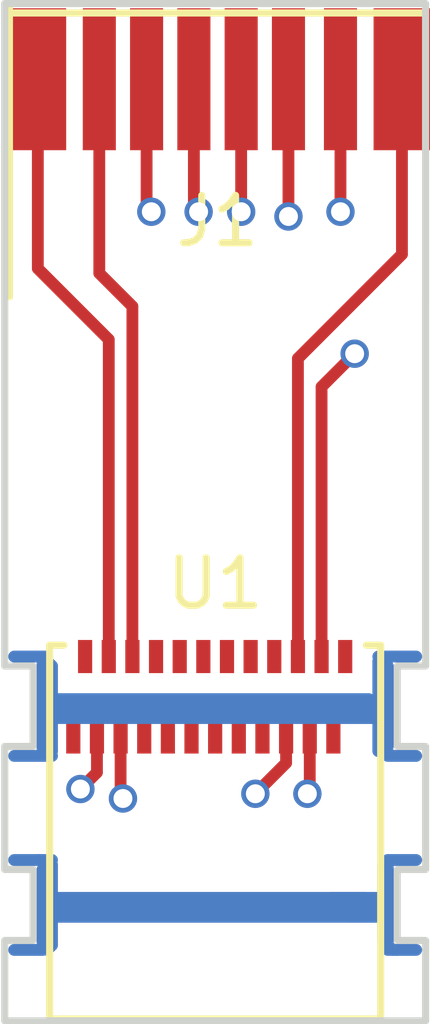
<source format=kicad_pcb>
(kicad_pcb (version 4) (host pcbnew 4.0.5+dfsg1-4)

  (general
    (links 8)
    (no_connects 0)
    (area 143.924999 103.524999 153.3 125.435001)
    (thickness 0.8)
    (drawings 22)
    (tracks 109)
    (zones 0)
    (modules 2)
    (nets 25)
  )

  (page A4)
  (layers
    (0 F.Cu signal)
    (1 In1.Cu signal)
    (2 In2.Cu signal)
    (31 B.Cu signal)
    (33 F.Adhes user)
    (35 F.Paste user)
    (37 F.SilkS user)
    (38 B.Mask user)
    (39 F.Mask user)
    (40 Dwgs.User user)
    (41 Cmts.User user)
    (42 Eco1.User user)
    (43 Eco2.User user)
    (44 Edge.Cuts user)
    (45 Margin user)
    (47 F.CrtYd user)
    (49 F.Fab user)
  )

  (setup
    (last_trace_width 0.25)
    (trace_clearance 0.2)
    (zone_clearance 0.508)
    (zone_45_only no)
    (trace_min 0.2)
    (segment_width 0.2)
    (edge_width 0.15)
    (via_size 0.6)
    (via_drill 0.4)
    (via_min_size 0.4)
    (via_min_drill 0.3)
    (uvia_size 0.3)
    (uvia_drill 0.1)
    (uvias_allowed no)
    (uvia_min_size 0.2)
    (uvia_min_drill 0.1)
    (pcb_text_width 0.3)
    (pcb_text_size 1.5 1.5)
    (mod_edge_width 0.15)
    (mod_text_size 1 1)
    (mod_text_width 0.15)
    (pad_size 1.524 1.524)
    (pad_drill 0.762)
    (pad_to_mask_clearance 0.2)
    (aux_axis_origin 0 0)
    (visible_elements FFFFFF7F)
    (pcbplotparams
      (layerselection 0x010e0_80000007)
      (usegerberextensions false)
      (excludeedgelayer true)
      (linewidth 0.100000)
      (plotframeref false)
      (viasonmask false)
      (mode 1)
      (useauxorigin false)
      (hpglpennumber 1)
      (hpglpenspeed 20)
      (hpglpendiameter 15)
      (hpglpenoverlay 2)
      (psnegative false)
      (psa4output false)
      (plotreference true)
      (plotvalue true)
      (plotinvisibletext false)
      (padsonsilk false)
      (subtractmaskfromsilk false)
      (outputformat 1)
      (mirror false)
      (drillshape 0)
      (scaleselection 1)
      (outputdirectory ""))
  )

  (net 0 "")
  (net 1 "Net-(J1-Pad1)")
  (net 2 "Net-(J1-Pad2)")
  (net 3 "Net-(J1-Pad3)")
  (net 4 "Net-(J1-Pad4)")
  (net 5 "Net-(J1-Pad5)")
  (net 6 "Net-(J1-Pad6)")
  (net 7 "Net-(J1-Pad7)")
  (net 8 "Net-(J1-Pad8)")
  (net 9 "Net-(U1-PadB6)")
  (net 10 "Net-(U1-PadB7)")
  (net 11 "Net-(U1-PadB8)")
  (net 12 "Net-(U1-PadB9)")
  (net 13 "Net-(U1-PadB12)")
  (net 14 "Net-(U1-PadB5)")
  (net 15 "Net-(U1-PadB4)")
  (net 16 "Net-(U1-PadB1)")
  (net 17 "Net-(U1-PadA9)")
  (net 18 "Net-(U1-PadA8)")
  (net 19 "Net-(U1-PadA7)")
  (net 20 "Net-(U1-PadA6)")
  (net 21 "Net-(U1-PadA5)")
  (net 22 "Net-(U1-PadA12)")
  (net 23 "Net-(U1-PadA4)")
  (net 24 "Net-(U1-PadA1)")

  (net_class Default "This is the default net class."
    (clearance 0.2)
    (trace_width 0.25)
    (via_dia 0.6)
    (via_drill 0.4)
    (uvia_dia 0.3)
    (uvia_drill 0.1)
    (add_net "Net-(J1-Pad1)")
    (add_net "Net-(J1-Pad2)")
    (add_net "Net-(J1-Pad3)")
    (add_net "Net-(J1-Pad4)")
    (add_net "Net-(J1-Pad5)")
    (add_net "Net-(J1-Pad6)")
    (add_net "Net-(J1-Pad7)")
    (add_net "Net-(J1-Pad8)")
    (add_net "Net-(U1-PadA1)")
    (add_net "Net-(U1-PadA12)")
    (add_net "Net-(U1-PadA4)")
    (add_net "Net-(U1-PadA5)")
    (add_net "Net-(U1-PadA6)")
    (add_net "Net-(U1-PadA7)")
    (add_net "Net-(U1-PadA8)")
    (add_net "Net-(U1-PadA9)")
    (add_net "Net-(U1-PadB1)")
    (add_net "Net-(U1-PadB12)")
    (add_net "Net-(U1-PadB4)")
    (add_net "Net-(U1-PadB5)")
    (add_net "Net-(U1-PadB6)")
    (add_net "Net-(U1-PadB7)")
    (add_net "Net-(U1-PadB8)")
    (add_net "Net-(U1-PadB9)")
  )

  (module RJ45:RJ45SMD (layer F.Cu) (tedit 6013F61B) (tstamp 60021FBB)
    (at 148.6 105.3)
    (path /60021984)
    (fp_text reference J1 (at 0 3) (layer F.SilkS)
      (effects (font (size 1 1) (thickness 0.15)))
    )
    (fp_text value B (at 0.1 8.3) (layer F.Fab)
      (effects (font (size 1 1) (thickness 0.15)))
    )
    (fp_line (start -4.4 -1.5) (end -4.4 4.6) (layer F.SilkS) (width 0.15))
    (fp_line (start 4.4 -1.5) (end 4.4 4.6) (layer F.SilkS) (width 0.15))
    (fp_line (start -4.4 -1.4) (end 4.4 -1.4) (layer F.SilkS) (width 0.15))
    (pad 1 smd rect (at -3.8 0) (size 1.2 3) (layers F.Cu F.Paste F.Mask)
      (net 1 "Net-(J1-Pad1)"))
    (pad 2 smd rect (at -2.5 0) (size 0.7 3) (layers F.Cu F.Paste F.Mask)
      (net 2 "Net-(J1-Pad2)"))
    (pad 3 smd rect (at -1.5 0) (size 0.7 3) (layers F.Cu F.Paste F.Mask)
      (net 3 "Net-(J1-Pad3)"))
    (pad 4 smd rect (at -0.5 0) (size 0.7 3) (layers F.Cu F.Paste F.Mask)
      (net 4 "Net-(J1-Pad4)"))
    (pad 5 smd rect (at 0.5 0) (size 0.7 3) (layers F.Cu F.Paste F.Mask)
      (net 5 "Net-(J1-Pad5)"))
    (pad 6 smd rect (at 1.5 0) (size 0.7 3) (layers F.Cu F.Paste F.Mask)
      (net 6 "Net-(J1-Pad6)"))
    (pad 7 smd rect (at 2.6 0) (size 0.7 3) (layers F.Cu F.Paste F.Mask)
      (net 7 "Net-(J1-Pad7)"))
    (pad 8 smd rect (at 3.9 0) (size 1.2 3) (layers F.Cu F.Paste F.Mask)
      (net 8 "Net-(J1-Pad8)"))
  )

  (module USB_C:USB_C_24P_SMT_Right_Angle (layer F.Cu) (tedit 6000BA96) (tstamp 60021FD7)
    (at 148.55 118.16)
    (path /600219AD)
    (attr smd)
    (fp_text reference U1 (at 0 -2.2) (layer F.SilkS)
      (effects (font (size 1 1) (thickness 0.15)))
    )
    (fp_text value USB_C (at 0 5.04) (layer F.Fab)
      (effects (font (size 1 1) (thickness 0.15)))
    )
    (fp_line (start -3.5 -0.9) (end -3.2 -0.9) (layer F.SilkS) (width 0.15))
    (fp_line (start 3.5 -0.9) (end 3.2 -0.9) (layer F.SilkS) (width 0.15))
    (fp_line (start 3.5 7) (end 3.5 -0.9) (layer F.SilkS) (width 0.15))
    (fp_line (start -3.5 7) (end 3.5 7) (layer F.SilkS) (width 0.15))
    (fp_line (start -3.5 -0.9) (end -3.5 7) (layer F.SilkS) (width 0.15))
    (fp_line (start 3.5 7) (end 3.5 -0.91) (layer F.Fab) (width 0.15))
    (fp_line (start -3.5 -0.91) (end 3.5 -0.91) (layer F.Fab) (width 0.15))
    (fp_line (start -3.5 7) (end -3.5 -0.91) (layer F.Fab) (width 0.15))
    (fp_line (start -3.5 6.99) (end 3.5 6.99) (layer F.Fab) (width 0.15))
    (pad B6 smd rect (at 0 1.04) (size 0.3 0.7) (layers F.Cu F.Paste F.Mask)
      (net 9 "Net-(U1-PadB6)"))
    (pad B7 smd rect (at -0.5 1.04) (size 0.3 0.7) (layers F.Cu F.Paste F.Mask)
      (net 10 "Net-(U1-PadB7)"))
    (pad B8 smd rect (at -1 1.04) (size 0.3 0.7) (layers F.Cu F.Paste F.Mask)
      (net 11 "Net-(U1-PadB8)"))
    (pad B9 smd rect (at -1.5 1.04) (size 0.3 0.7) (layers F.Cu F.Paste F.Mask)
      (net 12 "Net-(U1-PadB9)"))
    (pad B10 smd rect (at -2 1.04) (size 0.3 0.7) (layers F.Cu F.Paste F.Mask)
      (net 4 "Net-(J1-Pad4)"))
    (pad B11 smd rect (at -2.5 1.04) (size 0.3 0.7) (layers F.Cu F.Paste F.Mask)
      (net 5 "Net-(J1-Pad5)"))
    (pad B12 smd rect (at -3 1.04) (size 0.3 0.7) (layers F.Cu F.Paste F.Mask)
      (net 13 "Net-(U1-PadB12)"))
    (pad B5 smd rect (at 0.5 1.04) (size 0.3 0.7) (layers F.Cu F.Paste F.Mask)
      (net 14 "Net-(U1-PadB5)"))
    (pad B4 smd rect (at 1 1.04) (size 0.3 0.7) (layers F.Cu F.Paste F.Mask)
      (net 15 "Net-(U1-PadB4)"))
    (pad B2 smd rect (at 2 1.04) (size 0.3 0.7) (layers F.Cu F.Paste F.Mask)
      (net 3 "Net-(J1-Pad3)"))
    (pad B3 smd rect (at 1.5 1.04) (size 0.3 0.7) (layers F.Cu F.Paste F.Mask)
      (net 6 "Net-(J1-Pad6)"))
    (pad B1 smd rect (at 2.5 1.04) (size 0.3 0.7) (layers F.Cu F.Paste F.Mask)
      (net 16 "Net-(U1-PadB1)"))
    (pad A9 smd rect (at 1.25 -0.66) (size 0.3 0.7) (layers F.Cu F.Paste F.Mask)
      (net 17 "Net-(U1-PadA9)"))
    (pad A8 smd rect (at 0.75 -0.66) (size 0.3 0.7) (layers F.Cu F.Paste F.Mask)
      (net 18 "Net-(U1-PadA8)"))
    (pad A7 smd rect (at 0.25 -0.66) (size 0.3 0.7) (layers F.Cu F.Paste F.Mask)
      (net 19 "Net-(U1-PadA7)"))
    (pad A6 smd rect (at -0.25 -0.66) (size 0.3 0.7) (layers F.Cu F.Paste F.Mask)
      (net 20 "Net-(U1-PadA6)"))
    (pad A5 smd rect (at -0.75 -0.66) (size 0.3 0.7) (layers F.Cu F.Paste F.Mask)
      (net 21 "Net-(U1-PadA5)"))
    (pad A10 smd rect (at 1.75 -0.66) (size 0.3 0.7) (layers F.Cu F.Paste F.Mask)
      (net 8 "Net-(J1-Pad8)"))
    (pad A11 smd rect (at 2.25 -0.66) (size 0.3 0.7) (layers F.Cu F.Paste F.Mask)
      (net 7 "Net-(J1-Pad7)"))
    (pad A12 smd rect (at 2.75 -0.66) (size 0.3 0.7) (layers F.Cu F.Paste F.Mask)
      (net 22 "Net-(U1-PadA12)"))
    (pad A4 smd rect (at -1.25 -0.66) (size 0.3 0.7) (layers F.Cu F.Paste F.Mask)
      (net 23 "Net-(U1-PadA4)"))
    (pad A3 smd rect (at -1.75 -0.66) (size 0.3 0.7) (layers F.Cu F.Paste F.Mask)
      (net 2 "Net-(J1-Pad2)"))
    (pad A2 smd rect (at -2.25 -0.66) (size 0.3 0.7) (layers F.Cu F.Paste F.Mask)
      (net 1 "Net-(J1-Pad1)"))
    (pad A1 smd rect (at -2.75 -0.66) (size 0.3 0.7) (layers F.Cu F.Paste F.Mask)
      (net 24 "Net-(U1-PadA1)"))
  )

  (gr_line (start 144.7 123.5) (end 144.1 123.5) (angle 90) (layer Edge.Cuts) (width 0.15))
  (gr_line (start 144.7 122) (end 144.1 122) (angle 90) (layer Edge.Cuts) (width 0.15))
  (gr_line (start 144.7 117.7) (end 144.1 117.7) (angle 90) (layer Edge.Cuts) (width 0.15))
  (gr_line (start 144.1 119.4) (end 144.7 119.4) (angle 90) (layer Edge.Cuts) (width 0.15))
  (gr_line (start 144.7 122) (end 144.7 123.5) (angle 90) (layer Edge.Cuts) (width 0.15))
  (gr_line (start 144.7 117.7) (end 144.7 119.4) (angle 90) (layer Edge.Cuts) (width 0.15))
  (gr_line (start 153 117.7) (end 152.4 117.7) (angle 90) (layer Edge.Cuts) (width 0.15))
  (gr_line (start 152.4 119.4) (end 153 119.4) (angle 90) (layer Edge.Cuts) (width 0.15))
  (gr_line (start 152.4 122) (end 152.4 122.1) (angle 90) (layer Edge.Cuts) (width 0.15))
  (gr_line (start 153 122) (end 152.4 122) (angle 90) (layer Edge.Cuts) (width 0.15))
  (gr_line (start 152.4 122) (end 152.4 123.5) (angle 90) (layer Edge.Cuts) (width 0.15))
  (gr_line (start 152.4 123.5) (end 153 123.5) (angle 90) (layer Edge.Cuts) (width 0.15))
  (gr_line (start 152.4 117.7) (end 152.4 119.4) (angle 90) (layer Edge.Cuts) (width 0.15))
  (gr_line (start 144.1 117.7) (end 144.1 103.7) (layer Edge.Cuts) (width 0.15))
  (gr_line (start 144.1 122) (end 144.1 119.4) (layer Edge.Cuts) (width 0.15))
  (gr_line (start 144.1 125.2) (end 144.1 123.5) (layer Edge.Cuts) (width 0.15))
  (gr_line (start 153 125.2) (end 144.1 125.2) (layer Edge.Cuts) (width 0.15))
  (gr_line (start 153 123.5) (end 153 125.2) (layer Edge.Cuts) (width 0.15))
  (gr_line (start 153 119.4) (end 153 122) (layer Edge.Cuts) (width 0.15))
  (gr_line (start 153 103.7) (end 153 117.7) (layer Edge.Cuts) (width 0.15))
  (gr_line (start 153 125.2) (end 144.1 125.2) (layer Edge.Cuts) (width 0.15))
  (gr_line (start 144.1 103.7) (end 153 103.7) (layer Edge.Cuts) (width 0.15))

  (segment (start 152.4 123.7) (end 152.8 123.7) (width 0.25) (layer B.Cu) (net 0))
  (segment (start 152.2 123.7) (end 152.4 123.7) (width 0.25) (layer B.Cu) (net 0))
  (segment (start 152.4 123.7) (end 152.3 123.7) (width 0.25) (layer B.Cu) (net 0))
  (segment (start 152.3 123.7) (end 152.1 123.5) (width 0.25) (layer B.Cu) (net 0))
  (segment (start 152.1 123) (end 152.1 123.5) (width 0.25) (layer B.Cu) (net 0))
  (segment (start 151.9 123) (end 151.4 123) (width 0.25) (layer B.Cu) (net 0))
  (segment (start 152.1 122.6) (end 152.1 123) (width 0.25) (layer B.Cu) (net 0))
  (segment (start 151.4 123) (end 145.1 123) (width 0.25) (layer B.Cu) (net 0))
  (segment (start 152.1 123) (end 151.4 123) (width 0.25) (layer B.Cu) (net 0))
  (segment (start 152.1 121.9) (end 152.1 122.6) (width 0.25) (layer B.Cu) (net 0))
  (segment (start 145.1 122.6) (end 151 122.6) (width 0.25) (layer B.Cu) (net 0))
  (segment (start 152.1 122.6) (end 151 122.6) (width 0.25) (layer B.Cu) (net 0))
  (segment (start 151 122.6) (end 151.7 122.6) (width 0.25) (layer B.Cu) (net 0))
  (segment (start 152.8 121.8) (end 152.2 121.8) (width 0.25) (layer B.Cu) (net 0))
  (segment (start 152.2 121.8) (end 152.1 121.9) (width 0.25) (layer B.Cu) (net 0))
  (segment (start 144.9 122) (end 144.9 123.7) (width 0.25) (layer B.Cu) (net 0))
  (segment (start 152.2 121.9) (end 152.2 123.6) (width 0.25) (layer B.Cu) (net 0))
  (segment (start 152.2 119.4) (end 152.2 117.7) (width 0.25) (layer B.Cu) (net 0))
  (segment (start 144.9 117.6) (end 144.9 119.5) (width 0.25) (layer B.Cu) (net 0))
  (segment (start 152.1 117.6) (end 152.1 119.4) (width 0.25) (layer B.Cu) (net 0))
  (segment (start 151.7 122.6) (end 151.9 122.8) (width 0.25) (layer B.Cu) (net 0) (tstamp 6002F3ED))
  (segment (start 152 118.8) (end 145.1 118.8) (width 0.25) (layer B.Cu) (net 0))
  (segment (start 145.1 118.4) (end 151.8 118.4) (width 0.25) (layer B.Cu) (net 0))
  (segment (start 152 118.6) (end 145.1 118.6) (width 0.25) (layer B.Cu) (net 0))
  (segment (start 151.9 122.8) (end 145.1 122.8) (width 0.25) (layer B.Cu) (net 0))
  (segment (start 145.1 121.9) (end 145.1 122.6) (width 0.25) (layer B.Cu) (net 0))
  (segment (start 145.1 122.6) (end 145.1 122.8) (width 0.25) (layer B.Cu) (net 0) (tstamp 6002F3EB))
  (segment (start 145.1 122.8) (end 145.1 123) (width 0.25) (layer B.Cu) (net 0) (tstamp 6002F3C3))
  (segment (start 145.1 123) (end 145.1 123.6) (width 0.25) (layer B.Cu) (net 0) (tstamp 6002F3E9))
  (segment (start 145.1 123.6) (end 145 123.7) (width 0.25) (layer B.Cu) (net 0) (tstamp 6002F3B0))
  (segment (start 151.9 122.8) (end 151.9 123) (width 0.25) (layer B.Cu) (net 0) (tstamp 6002F3BA))
  (segment (start 145.1 119.5) (end 145.1 118.8) (width 0.25) (layer B.Cu) (net 0))
  (segment (start 145.1 119.5) (end 144.9 119.5) (width 0.25) (layer B.Cu) (net 0) (tstamp 6002F397))
  (segment (start 145.1 119.6) (end 144.3 119.6) (width 0.25) (layer B.Cu) (net 0) (tstamp 6002F4C9))
  (segment (start 145.1 118.8) (end 145.1 118.6) (width 0.25) (layer B.Cu) (net 0) (tstamp 6002F3E0))
  (segment (start 145.1 118.6) (end 145.1 118.4) (width 0.25) (layer B.Cu) (net 0) (tstamp 6002F3D1))
  (segment (start 145.1 118.4) (end 145.1 117.7) (width 0.25) (layer B.Cu) (net 0) (tstamp 6002F3D3))
  (segment (start 144.3 117.5) (end 145 117.5) (width 0.25) (layer B.Cu) (net 0))
  (segment (start 144.9 117.6) (end 145 117.6) (width 0.25) (layer B.Cu) (net 0) (tstamp 6002F4C3))
  (segment (start 145.1 117.7) (end 145 117.6) (width 0.25) (layer B.Cu) (net 0) (tstamp 6002F399))
  (segment (start 144.3 121.8) (end 144.9 121.8) (width 0.25) (layer B.Cu) (net 0))
  (segment (start 144.8 121.8) (end 145.1 121.8) (width 0.25) (layer B.Cu) (net 0) (tstamp 6002F84F))
  (segment (start 145 123.6) (end 144.9 123.6) (width 0.25) (layer B.Cu) (net 0) (tstamp 6002F357))
  (segment (start 145.1 121.9) (end 145 122) (width 0.25) (layer B.Cu) (net 0) (tstamp 6002F34F))
  (segment (start 145 122) (end 145 123.5) (width 0.25) (layer B.Cu) (net 0) (tstamp 6002F351))
  (segment (start 145 123.5) (end 144.9 123.6) (width 0.25) (layer B.Cu) (net 0) (tstamp 6002F354))
  (segment (start 144.9 123.7) (end 144.3 123.7) (width 0.25) (layer B.Cu) (net 0) (tstamp 6002F853))
  (segment (start 152.8 117.5) (end 152 117.5) (width 0.25) (layer B.Cu) (net 0))
  (segment (start 152.1 117.6) (end 152 117.6) (width 0.25) (layer B.Cu) (net 0) (tstamp 6002F4B1))
  (segment (start 152 118.8) (end 152 119.5) (width 0.25) (layer B.Cu) (net 0) (tstamp 6002F3DA))
  (segment (start 152.1 119.5) (end 152.2 119.5) (width 0.25) (layer B.Cu) (net 0) (tstamp 6002F4BE))
  (segment (start 152.2 119.6) (end 152.8 119.6) (width 0.25) (layer B.Cu) (net 0) (tstamp 6002F7BE))
  (segment (start 152 117.6) (end 152 118.6) (width 0.25) (layer B.Cu) (net 0) (tstamp 6002F2C7))
  (segment (start 152 118.6) (end 152 118.8) (width 0.25) (layer B.Cu) (net 0) (tstamp 6002F3C8))
  (segment (start 146.3 110.8) (end 144.8 109.3) (width 0.25) (layer F.Cu) (net 1))
  (segment (start 144.8 109.3) (end 144.8 105.3) (width 0.25) (layer F.Cu) (net 1))
  (segment (start 146.3 117.5) (end 146.3 110.8) (width 0.25) (layer F.Cu) (net 1))
  (segment (start 146.8 110.1) (end 146.1 109.4) (width 0.25) (layer F.Cu) (net 2))
  (segment (start 146.1 109.4) (end 146.1 105.3) (width 0.25) (layer F.Cu) (net 2))
  (segment (start 146.8 117.5) (end 146.8 110.1) (width 0.25) (layer F.Cu) (net 2))
  (segment (start 150.55 119.2) (end 150.55 120.35) (width 0.25) (layer F.Cu) (net 3))
  (segment (start 147.1 108) (end 147.1 105.3) (width 0.25) (layer F.Cu) (net 3) (tstamp 6002F14E))
  (segment (start 147.2 108.1) (end 147.1 108) (width 0.25) (layer F.Cu) (net 3) (tstamp 6002F14D))
  (via (at 147.2 108.1) (size 0.6) (drill 0.4) (layers F.Cu B.Cu) (net 3))
  (segment (start 147.2 115.4) (end 147.2 108.1) (width 0.25) (layer In2.Cu) (net 3) (tstamp 6002F140))
  (segment (start 150.6 118.8) (end 147.2 115.4) (width 0.25) (layer In2.Cu) (net 3) (tstamp 6002F139))
  (segment (start 150.6 120.3) (end 150.6 118.8) (width 0.25) (layer In2.Cu) (net 3) (tstamp 6002F12A))
  (segment (start 150.5 120.4) (end 150.6 120.3) (width 0.25) (layer In2.Cu) (net 3) (tstamp 6002F129))
  (via (at 150.5 120.4) (size 0.6) (drill 0.4) (layers F.Cu B.Cu) (net 3))
  (segment (start 150.55 120.35) (end 150.5 120.4) (width 0.25) (layer F.Cu) (net 3) (tstamp 6002F121))
  (segment (start 146.55 119.2) (end 146.55 120.45) (width 0.25) (layer F.Cu) (net 4))
  (segment (start 148.1 108) (end 148.1 105.3) (width 0.25) (layer F.Cu) (net 4) (tstamp 6002EF8E))
  (segment (start 148.2 108.1) (end 148.1 108) (width 0.25) (layer F.Cu) (net 4) (tstamp 6002EF8D))
  (via (at 148.2 108.1) (size 0.6) (drill 0.4) (layers F.Cu B.Cu) (net 4))
  (segment (start 148.2 118.9) (end 148.2 108.1) (width 0.25) (layer In1.Cu) (net 4) (tstamp 6002EF82))
  (segment (start 146.6 120.5) (end 148.2 118.9) (width 0.25) (layer In1.Cu) (net 4) (tstamp 6002EF81))
  (via (at 146.6 120.5) (size 0.6) (drill 0.4) (layers F.Cu B.Cu) (net 4))
  (segment (start 146.55 120.45) (end 146.6 120.5) (width 0.25) (layer F.Cu) (net 4) (tstamp 6002EF7C))
  (segment (start 146.05 119.2) (end 146.05 119.95) (width 0.25) (layer F.Cu) (net 5))
  (segment (start 149.1 108.1) (end 149.1 105.3) (width 0.25) (layer F.Cu) (net 5) (tstamp 6002F0CC))
  (via (at 149.1 108.1) (size 0.6) (drill 0.4) (layers F.Cu B.Cu) (net 5))
  (segment (start 149.1 109.8) (end 149.1 108.1) (width 0.25) (layer In2.Cu) (net 5) (tstamp 6002F0C6))
  (segment (start 151.3 112) (end 149.1 109.8) (width 0.25) (layer In2.Cu) (net 5) (tstamp 6002F0BC))
  (segment (start 151.3 121.1) (end 151.3 112) (width 0.25) (layer In2.Cu) (net 5) (tstamp 6002F0B6))
  (segment (start 150.9 121.5) (end 151.3 121.1) (width 0.25) (layer In2.Cu) (net 5) (tstamp 6002F0B3))
  (segment (start 145.8 121.5) (end 150.9 121.5) (width 0.25) (layer In2.Cu) (net 5) (tstamp 6002F0AE))
  (segment (start 145.7 121.6) (end 145.8 121.5) (width 0.25) (layer In2.Cu) (net 5) (tstamp 6002F0AC))
  (segment (start 145.7 120.3) (end 145.7 121.6) (width 0.25) (layer In2.Cu) (net 5) (tstamp 6002F0AB))
  (via (at 145.7 120.3) (size 0.6) (drill 0.4) (layers F.Cu B.Cu) (net 5))
  (segment (start 146.05 119.95) (end 145.7 120.3) (width 0.25) (layer F.Cu) (net 5) (tstamp 6002F0A3))
  (segment (start 150.05 119.2) (end 150.05 119.75) (width 0.25) (layer F.Cu) (net 6))
  (segment (start 150.1 108.2) (end 150.1 105.3) (width 0.25) (layer F.Cu) (net 6) (tstamp 6002F11B))
  (via (at 150.1 108.2) (size 0.6) (drill 0.4) (layers F.Cu B.Cu) (net 6))
  (segment (start 150.1 109.5) (end 150.1 108.2) (width 0.25) (layer In1.Cu) (net 6) (tstamp 6002F114))
  (segment (start 149.3 110.3) (end 150.1 109.5) (width 0.25) (layer In1.Cu) (net 6) (tstamp 6002F10D))
  (segment (start 149.3 120.3) (end 149.3 110.3) (width 0.25) (layer In1.Cu) (net 6) (tstamp 6002F100))
  (segment (start 149.4 120.4) (end 149.3 120.3) (width 0.25) (layer In1.Cu) (net 6) (tstamp 6002F0FF))
  (via (at 149.4 120.4) (size 0.6) (drill 0.4) (layers F.Cu B.Cu) (net 6))
  (segment (start 150.05 119.75) (end 149.4 120.4) (width 0.25) (layer F.Cu) (net 6) (tstamp 6002F0F3))
  (segment (start 150.8 117.5) (end 150.8 111.8) (width 0.25) (layer F.Cu) (net 7))
  (segment (start 151.2 108.1) (end 151.2 105.3) (width 0.25) (layer F.Cu) (net 7) (tstamp 6002EF4E))
  (via (at 151.2 108.1) (size 0.6) (drill 0.4) (layers F.Cu B.Cu) (net 7))
  (segment (start 151.2 110.8) (end 151.2 108.1) (width 0.25) (layer In1.Cu) (net 7) (tstamp 6002EF47))
  (segment (start 151.5 111.1) (end 151.2 110.8) (width 0.25) (layer In1.Cu) (net 7) (tstamp 6002EF46))
  (via (at 151.5 111.1) (size 0.6) (drill 0.4) (layers F.Cu B.Cu) (net 7))
  (segment (start 150.8 111.8) (end 151.5 111.1) (width 0.25) (layer F.Cu) (net 7) (tstamp 6002EF40))
  (segment (start 150.3 111.2) (end 152.5 109) (width 0.25) (layer F.Cu) (net 8))
  (segment (start 152.5 109) (end 152.5 105.3) (width 0.25) (layer F.Cu) (net 8))
  (segment (start 150.3 117.5) (end 150.3 111.2) (width 0.25) (layer F.Cu) (net 8))

  (zone (net 0) (net_name "") (layer B.Mask) (tstamp 0) (hatch edge 0.508)
    (connect_pads (clearance 0.508))
    (min_thickness 0.254)
    (fill yes (arc_segments 16) (thermal_gap 0.508) (thermal_bridge_width 0.508))
    (polygon
      (pts
        (xy 151.9 117.4) (xy 152.5 117.4) (xy 152.5 119.7) (xy 151.9 119.7)
      )
    )
    (filled_polygon
      (pts
        (xy 152.373 119.573) (xy 152.027 119.573) (xy 152.027 117.527) (xy 152.373 117.527)
      )
    )
  )
  (zone (net 0) (net_name "") (layer B.Mask) (tstamp 0) (hatch edge 0.508)
    (connect_pads (clearance 0.508))
    (min_thickness 0.254)
    (fill yes (arc_segments 16) (thermal_gap 0.508) (thermal_bridge_width 0.508))
    (polygon
      (pts
        (xy 151.9 117.4) (xy 153.1 117.4) (xy 153.1 117.8) (xy 151.9 117.8)
      )
    )
    (filled_polygon
      (pts
        (xy 152.973 117.673) (xy 152.027 117.673) (xy 152.027 117.527) (xy 152.973 117.527)
      )
    )
  )
  (zone (net 0) (net_name "") (layer B.Mask) (tstamp 0) (hatch edge 0.508)
    (connect_pads (clearance 0.508))
    (min_thickness 0.254)
    (fill yes (arc_segments 16) (thermal_gap 0.508) (thermal_bridge_width 0.508))
    (polygon
      (pts
        (xy 151.9 119.3) (xy 153.1 119.3) (xy 153.1 119.7) (xy 151.9 119.7)
      )
    )
    (filled_polygon
      (pts
        (xy 152.973 119.573) (xy 152.027 119.573) (xy 152.027 119.427) (xy 152.973 119.427)
      )
    )
  )
  (zone (net 0) (net_name "") (layer B.Mask) (tstamp 0) (hatch edge 0.508)
    (connect_pads (clearance 0.508))
    (min_thickness 0.254)
    (fill yes (arc_segments 16) (thermal_gap 0.508) (thermal_bridge_width 0.508))
    (polygon
      (pts
        (xy 153.1 122.1) (xy 152 122.1) (xy 152 121.7) (xy 153.1 121.7)
      )
    )
    (filled_polygon
      (pts
        (xy 152.973 121.973) (xy 152.127 121.973) (xy 152.127 121.827) (xy 152.973 121.827)
      )
    )
  )
  (zone (net 0) (net_name "") (layer B.Mask) (tstamp 0) (hatch edge 0.508)
    (connect_pads (clearance 0.508))
    (min_thickness 0.254)
    (fill yes (arc_segments 16) (thermal_gap 0.508) (thermal_bridge_width 0.508))
    (polygon
      (pts
        (xy 152 121.7) (xy 152 123.7) (xy 152 123.8) (xy 152.5 123.8) (xy 152.5 121.7)
        (xy 152.5 121.7)
      )
    )
    (filled_polygon
      (pts
        (xy 152.373 123.673) (xy 152.127 123.673) (xy 152.127 121.827) (xy 152.373 121.827)
      )
    )
  )
  (zone (net 0) (net_name "") (layer B.Mask) (tstamp 0) (hatch edge 0.508)
    (connect_pads (clearance 0.508))
    (min_thickness 0.254)
    (fill yes (arc_segments 16) (thermal_gap 0.508) (thermal_bridge_width 0.508))
    (polygon
      (pts
        (xy 153.1 123.4) (xy 153.1 123.8) (xy 152 123.8) (xy 152 123.4)
      )
    )
    (filled_polygon
      (pts
        (xy 152.973 123.673) (xy 152.127 123.673) (xy 152.127 123.527) (xy 152.973 123.527)
      )
    )
  )
  (zone (net 0) (net_name "") (layer B.Mask) (tstamp 0) (hatch edge 0.508)
    (connect_pads (clearance 0.508))
    (min_thickness 0.254)
    (fill yes (arc_segments 16) (thermal_gap 0.508) (thermal_bridge_width 0.508))
    (polygon
      (pts
        (xy 144 121.7) (xy 145.2 121.7) (xy 145.2 122.1) (xy 144 122.1)
      )
    )
    (filled_polygon
      (pts
        (xy 145.073 121.973) (xy 144.127 121.973) (xy 144.127 121.827) (xy 145.073 121.827)
      )
    )
  )
  (zone (net 0) (net_name "") (layer B.Mask) (tstamp 0) (hatch edge 0.508)
    (connect_pads (clearance 0.508))
    (min_thickness 0.254)
    (fill yes (arc_segments 16) (thermal_gap 0.508) (thermal_bridge_width 0.508))
    (polygon
      (pts
        (xy 144 123.4) (xy 145.2 123.4) (xy 145.2 123.8) (xy 144 123.8)
      )
    )
    (filled_polygon
      (pts
        (xy 145.073 123.673) (xy 144.127 123.673) (xy 144.127 123.527) (xy 145.073 123.527)
      )
    )
  )
  (zone (net 0) (net_name "") (layer B.Mask) (tstamp 0) (hatch edge 0.508)
    (connect_pads (clearance 0.508))
    (min_thickness 0.254)
    (fill yes (arc_segments 16) (thermal_gap 0.508) (thermal_bridge_width 0.508))
    (polygon
      (pts
        (xy 144.6 123.8) (xy 144.6 121.7) (xy 145.2 121.7) (xy 145.2 123.8)
      )
    )
    (filled_polygon
      (pts
        (xy 145.073 123.673) (xy 144.727 123.673) (xy 144.727 121.827) (xy 145.073 121.827)
      )
    )
  )
  (zone (net 0) (net_name "") (layer B.Mask) (tstamp 0) (hatch edge 0.508)
    (connect_pads (clearance 0.508))
    (min_thickness 0.254)
    (fill yes (arc_segments 16) (thermal_gap 0.508) (thermal_bridge_width 0.508))
    (polygon
      (pts
        (xy 144 119.3) (xy 144 119.7) (xy 145.2 119.7) (xy 145.2 119.3)
      )
    )
    (filled_polygon
      (pts
        (xy 145.073 119.573) (xy 144.127 119.573) (xy 144.127 119.427) (xy 145.073 119.427)
      )
    )
  )
  (zone (net 0) (net_name "") (layer B.Mask) (tstamp 0) (hatch edge 0.508)
    (connect_pads (clearance 0.508))
    (min_thickness 0.254)
    (fill yes (arc_segments 16) (thermal_gap 0.508) (thermal_bridge_width 0.508))
    (polygon
      (pts
        (xy 144 117.4) (xy 145.2 117.4) (xy 145.2 117.8) (xy 144 117.8)
      )
    )
    (filled_polygon
      (pts
        (xy 145.073 117.673) (xy 144.127 117.673) (xy 144.127 117.527) (xy 145.073 117.527)
      )
    )
  )
  (zone (net 0) (net_name "") (layer B.Mask) (tstamp 0) (hatch edge 0.508)
    (connect_pads (clearance 0.508))
    (min_thickness 0.254)
    (fill yes (arc_segments 16) (thermal_gap 0.508) (thermal_bridge_width 0.508))
    (polygon
      (pts
        (xy 144.6 117.4) (xy 144.6 119.7) (xy 145.2 119.7) (xy 145.2 117.4)
      )
    )
    (filled_polygon
      (pts
        (xy 145.073 119.573) (xy 144.727 119.573) (xy 144.727 117.527) (xy 145.073 117.527)
      )
    )
  )
)

</source>
